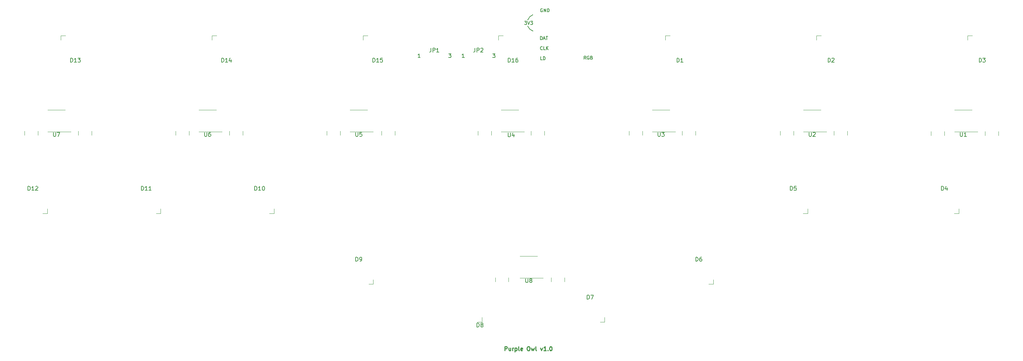
<source format=gto>
G04 #@! TF.GenerationSoftware,KiCad,Pcbnew,(6.0.6-0)*
G04 #@! TF.CreationDate,2022-08-15T11:25:08-07:00*
G04 #@! TF.ProjectId,purple-owl,70757270-6c65-42d6-9f77-6c2e6b696361,1.0*
G04 #@! TF.SameCoordinates,Original*
G04 #@! TF.FileFunction,Legend,Top*
G04 #@! TF.FilePolarity,Positive*
%FSLAX46Y46*%
G04 Gerber Fmt 4.6, Leading zero omitted, Abs format (unit mm)*
G04 Created by KiCad (PCBNEW (6.0.6-0)) date 2022-08-15 11:25:08*
%MOMM*%
%LPD*%
G01*
G04 APERTURE LIST*
%ADD10C,0.228600*%
%ADD11C,0.152400*%
%ADD12C,0.150000*%
%ADD13C,0.120000*%
G04 APERTURE END LIST*
D10*
X203520523Y-179021619D02*
X203520523Y-178005619D01*
X203907571Y-178005619D01*
X204004333Y-178054000D01*
X204052714Y-178102380D01*
X204101095Y-178199142D01*
X204101095Y-178344285D01*
X204052714Y-178441047D01*
X204004333Y-178489428D01*
X203907571Y-178537809D01*
X203520523Y-178537809D01*
X204971952Y-178344285D02*
X204971952Y-179021619D01*
X204536523Y-178344285D02*
X204536523Y-178876476D01*
X204584904Y-178973238D01*
X204681666Y-179021619D01*
X204826809Y-179021619D01*
X204923571Y-178973238D01*
X204971952Y-178924857D01*
X205455761Y-179021619D02*
X205455761Y-178344285D01*
X205455761Y-178537809D02*
X205504142Y-178441047D01*
X205552523Y-178392666D01*
X205649285Y-178344285D01*
X205746047Y-178344285D01*
X206084714Y-178344285D02*
X206084714Y-179360285D01*
X206084714Y-178392666D02*
X206181476Y-178344285D01*
X206375000Y-178344285D01*
X206471761Y-178392666D01*
X206520142Y-178441047D01*
X206568523Y-178537809D01*
X206568523Y-178828095D01*
X206520142Y-178924857D01*
X206471761Y-178973238D01*
X206375000Y-179021619D01*
X206181476Y-179021619D01*
X206084714Y-178973238D01*
X207149095Y-179021619D02*
X207052333Y-178973238D01*
X207003952Y-178876476D01*
X207003952Y-178005619D01*
X207923190Y-178973238D02*
X207826428Y-179021619D01*
X207632904Y-179021619D01*
X207536142Y-178973238D01*
X207487761Y-178876476D01*
X207487761Y-178489428D01*
X207536142Y-178392666D01*
X207632904Y-178344285D01*
X207826428Y-178344285D01*
X207923190Y-178392666D01*
X207971571Y-178489428D01*
X207971571Y-178586190D01*
X207487761Y-178682952D01*
X209374619Y-178005619D02*
X209568142Y-178005619D01*
X209664904Y-178054000D01*
X209761666Y-178150761D01*
X209810047Y-178344285D01*
X209810047Y-178682952D01*
X209761666Y-178876476D01*
X209664904Y-178973238D01*
X209568142Y-179021619D01*
X209374619Y-179021619D01*
X209277857Y-178973238D01*
X209181095Y-178876476D01*
X209132714Y-178682952D01*
X209132714Y-178344285D01*
X209181095Y-178150761D01*
X209277857Y-178054000D01*
X209374619Y-178005619D01*
X210148714Y-178344285D02*
X210342238Y-179021619D01*
X210535761Y-178537809D01*
X210729285Y-179021619D01*
X210922809Y-178344285D01*
X211455000Y-179021619D02*
X211358238Y-178973238D01*
X211309857Y-178876476D01*
X211309857Y-178005619D01*
X212519380Y-178344285D02*
X212761285Y-179021619D01*
X213003190Y-178344285D01*
X213922428Y-179021619D02*
X213341857Y-179021619D01*
X213632142Y-179021619D02*
X213632142Y-178005619D01*
X213535380Y-178150761D01*
X213438619Y-178247523D01*
X213341857Y-178295904D01*
X214357857Y-178924857D02*
X214406238Y-178973238D01*
X214357857Y-179021619D01*
X214309476Y-178973238D01*
X214357857Y-178924857D01*
X214357857Y-179021619D01*
X215035190Y-178005619D02*
X215131952Y-178005619D01*
X215228714Y-178054000D01*
X215277095Y-178102380D01*
X215325476Y-178199142D01*
X215373857Y-178392666D01*
X215373857Y-178634571D01*
X215325476Y-178828095D01*
X215277095Y-178924857D01*
X215228714Y-178973238D01*
X215131952Y-179021619D01*
X215035190Y-179021619D01*
X214938428Y-178973238D01*
X214890047Y-178924857D01*
X214841666Y-178828095D01*
X214793285Y-178634571D01*
X214793285Y-178392666D01*
X214841666Y-178199142D01*
X214890047Y-178102380D01*
X214938428Y-178054000D01*
X215035190Y-178005619D01*
D11*
X223974780Y-105650695D02*
X223703847Y-105263647D01*
X223510323Y-105650695D02*
X223510323Y-104837895D01*
X223819961Y-104837895D01*
X223897371Y-104876600D01*
X223936076Y-104915304D01*
X223974780Y-104992714D01*
X223974780Y-105108828D01*
X223936076Y-105186238D01*
X223897371Y-105224942D01*
X223819961Y-105263647D01*
X223510323Y-105263647D01*
X224748876Y-104876600D02*
X224671466Y-104837895D01*
X224555352Y-104837895D01*
X224439238Y-104876600D01*
X224361828Y-104954009D01*
X224323123Y-105031419D01*
X224284419Y-105186238D01*
X224284419Y-105302352D01*
X224323123Y-105457171D01*
X224361828Y-105534580D01*
X224439238Y-105611990D01*
X224555352Y-105650695D01*
X224632761Y-105650695D01*
X224748876Y-105611990D01*
X224787580Y-105573285D01*
X224787580Y-105302352D01*
X224632761Y-105302352D01*
X225406857Y-105224942D02*
X225522971Y-105263647D01*
X225561676Y-105302352D01*
X225600380Y-105379761D01*
X225600380Y-105495876D01*
X225561676Y-105573285D01*
X225522971Y-105611990D01*
X225445561Y-105650695D01*
X225135923Y-105650695D01*
X225135923Y-104837895D01*
X225406857Y-104837895D01*
X225484266Y-104876600D01*
X225522971Y-104915304D01*
X225561676Y-104992714D01*
X225561676Y-105070123D01*
X225522971Y-105147533D01*
X225484266Y-105186238D01*
X225406857Y-105224942D01*
X225135923Y-105224942D01*
X212951180Y-105777695D02*
X212564133Y-105777695D01*
X212564133Y-104964895D01*
X213222114Y-105777695D02*
X213222114Y-104964895D01*
X213415638Y-104964895D01*
X213531752Y-105003600D01*
X213609161Y-105081009D01*
X213647866Y-105158419D01*
X213686571Y-105313238D01*
X213686571Y-105429352D01*
X213647866Y-105584171D01*
X213609161Y-105661580D01*
X213531752Y-105738990D01*
X213415638Y-105777695D01*
X213222114Y-105777695D01*
X213003190Y-103160285D02*
X212964485Y-103198990D01*
X212848371Y-103237695D01*
X212770961Y-103237695D01*
X212654847Y-103198990D01*
X212577438Y-103121580D01*
X212538733Y-103044171D01*
X212500028Y-102889352D01*
X212500028Y-102773238D01*
X212538733Y-102618419D01*
X212577438Y-102541009D01*
X212654847Y-102463600D01*
X212770961Y-102424895D01*
X212848371Y-102424895D01*
X212964485Y-102463600D01*
X213003190Y-102502304D01*
X213738580Y-103237695D02*
X213351533Y-103237695D01*
X213351533Y-102424895D01*
X214009514Y-103237695D02*
X214009514Y-102424895D01*
X214473971Y-103237695D02*
X214125628Y-102773238D01*
X214473971Y-102424895D02*
X214009514Y-102889352D01*
X212489142Y-100697695D02*
X212489142Y-99884895D01*
X212682666Y-99884895D01*
X212798780Y-99923600D01*
X212876190Y-100001009D01*
X212914895Y-100078419D01*
X212953600Y-100233238D01*
X212953600Y-100349352D01*
X212914895Y-100504171D01*
X212876190Y-100581580D01*
X212798780Y-100658990D01*
X212682666Y-100697695D01*
X212489142Y-100697695D01*
X213263238Y-100465466D02*
X213650285Y-100465466D01*
X213185828Y-100697695D02*
X213456761Y-99884895D01*
X213727695Y-100697695D01*
X213882514Y-99884895D02*
X214346971Y-99884895D01*
X214114742Y-100697695D02*
X214114742Y-99884895D01*
X209263798Y-97255798D02*
G75*
G03*
X210618874Y-98543061I2117073J871738D01*
G01*
X210583264Y-94402926D02*
G75*
G03*
X209296000Y-95758000I871736J-2117074D01*
G01*
X208543676Y-96074895D02*
X209046838Y-96074895D01*
X208775904Y-96384533D01*
X208892019Y-96384533D01*
X208969428Y-96423238D01*
X209008133Y-96461942D01*
X209046838Y-96539352D01*
X209046838Y-96732876D01*
X209008133Y-96810285D01*
X208969428Y-96848990D01*
X208892019Y-96887695D01*
X208659790Y-96887695D01*
X208582380Y-96848990D01*
X208543676Y-96810285D01*
X209279066Y-96074895D02*
X209550000Y-96887695D01*
X209820933Y-96074895D01*
X210014457Y-96074895D02*
X210517619Y-96074895D01*
X210246685Y-96384533D01*
X210362800Y-96384533D01*
X210440209Y-96423238D01*
X210478914Y-96461942D01*
X210517619Y-96539352D01*
X210517619Y-96732876D01*
X210478914Y-96810285D01*
X210440209Y-96848990D01*
X210362800Y-96887695D01*
X210130571Y-96887695D01*
X210053161Y-96848990D01*
X210014457Y-96810285D01*
X212994723Y-92938600D02*
X212917314Y-92899895D01*
X212801200Y-92899895D01*
X212685085Y-92938600D01*
X212607676Y-93016009D01*
X212568971Y-93093419D01*
X212530266Y-93248238D01*
X212530266Y-93364352D01*
X212568971Y-93519171D01*
X212607676Y-93596580D01*
X212685085Y-93673990D01*
X212801200Y-93712695D01*
X212878609Y-93712695D01*
X212994723Y-93673990D01*
X213033428Y-93635285D01*
X213033428Y-93364352D01*
X212878609Y-93364352D01*
X213381771Y-93712695D02*
X213381771Y-92899895D01*
X213846228Y-93712695D01*
X213846228Y-92899895D01*
X214233276Y-93712695D02*
X214233276Y-92899895D01*
X214426800Y-92899895D01*
X214542914Y-92938600D01*
X214620323Y-93016009D01*
X214659028Y-93093419D01*
X214697733Y-93248238D01*
X214697733Y-93364352D01*
X214659028Y-93519171D01*
X214620323Y-93596580D01*
X214542914Y-93673990D01*
X214426800Y-93712695D01*
X214233276Y-93712695D01*
D12*
G04 #@! TO.C,U7*
X89725595Y-124060380D02*
X89725595Y-124869904D01*
X89773214Y-124965142D01*
X89820833Y-125012761D01*
X89916071Y-125060380D01*
X90106547Y-125060380D01*
X90201785Y-125012761D01*
X90249404Y-124965142D01*
X90297023Y-124869904D01*
X90297023Y-124060380D01*
X90677976Y-124060380D02*
X91344642Y-124060380D01*
X90916071Y-125060380D01*
G04 #@! TO.C,D10*
X140470089Y-138636755D02*
X140470089Y-137636755D01*
X140708184Y-137636755D01*
X140851041Y-137684375D01*
X140946279Y-137779613D01*
X140993898Y-137874851D01*
X141041517Y-138065327D01*
X141041517Y-138208184D01*
X140993898Y-138398660D01*
X140946279Y-138493898D01*
X140851041Y-138589136D01*
X140708184Y-138636755D01*
X140470089Y-138636755D01*
X141993898Y-138636755D02*
X141422470Y-138636755D01*
X141708184Y-138636755D02*
X141708184Y-137636755D01*
X141612946Y-137779613D01*
X141517708Y-137874851D01*
X141422470Y-137922470D01*
X142612946Y-137636755D02*
X142708184Y-137636755D01*
X142803422Y-137684375D01*
X142851041Y-137731994D01*
X142898660Y-137827232D01*
X142946279Y-138017708D01*
X142946279Y-138255803D01*
X142898660Y-138446279D01*
X142851041Y-138541517D01*
X142803422Y-138589136D01*
X142708184Y-138636755D01*
X142612946Y-138636755D01*
X142517708Y-138589136D01*
X142470089Y-138541517D01*
X142422470Y-138446279D01*
X142374851Y-138255803D01*
X142374851Y-138017708D01*
X142422470Y-137827232D01*
X142470089Y-137731994D01*
X142517708Y-137684375D01*
X142612946Y-137636755D01*
G04 #@! TO.C,JP1*
X184904166Y-102830380D02*
X184904166Y-103544666D01*
X184856547Y-103687523D01*
X184761309Y-103782761D01*
X184618452Y-103830380D01*
X184523214Y-103830380D01*
X185380357Y-103830380D02*
X185380357Y-102830380D01*
X185761309Y-102830380D01*
X185856547Y-102878000D01*
X185904166Y-102925619D01*
X185951785Y-103020857D01*
X185951785Y-103163714D01*
X185904166Y-103258952D01*
X185856547Y-103306571D01*
X185761309Y-103354190D01*
X185380357Y-103354190D01*
X186904166Y-103830380D02*
X186332738Y-103830380D01*
X186618452Y-103830380D02*
X186618452Y-102830380D01*
X186523214Y-102973238D01*
X186427976Y-103068476D01*
X186332738Y-103116095D01*
X182213214Y-105227380D02*
X181641785Y-105227380D01*
X181927500Y-105227380D02*
X181927500Y-104227380D01*
X181832261Y-104370238D01*
X181737023Y-104465476D01*
X181641785Y-104513095D01*
X189341166Y-104227380D02*
X189960214Y-104227380D01*
X189626880Y-104608333D01*
X189769738Y-104608333D01*
X189864976Y-104655952D01*
X189912595Y-104703571D01*
X189960214Y-104798809D01*
X189960214Y-105036904D01*
X189912595Y-105132142D01*
X189864976Y-105179761D01*
X189769738Y-105227380D01*
X189484023Y-105227380D01*
X189388785Y-105179761D01*
X189341166Y-105132142D01*
G04 #@! TO.C,U4*
X204343095Y-124166380D02*
X204343095Y-124975904D01*
X204390714Y-125071142D01*
X204438333Y-125118761D01*
X204533571Y-125166380D01*
X204724047Y-125166380D01*
X204819285Y-125118761D01*
X204866904Y-125071142D01*
X204914523Y-124975904D01*
X204914523Y-124166380D01*
X205819285Y-124499714D02*
X205819285Y-125166380D01*
X205581190Y-124118761D02*
X205343095Y-124833047D01*
X205962142Y-124833047D01*
G04 #@! TO.C,U5*
X165925595Y-124060380D02*
X165925595Y-124869904D01*
X165973214Y-124965142D01*
X166020833Y-125012761D01*
X166116071Y-125060380D01*
X166306547Y-125060380D01*
X166401785Y-125012761D01*
X166449404Y-124965142D01*
X166497023Y-124869904D01*
X166497023Y-124060380D01*
X167449404Y-124060380D02*
X166973214Y-124060380D01*
X166925595Y-124536571D01*
X166973214Y-124488952D01*
X167068452Y-124441333D01*
X167306547Y-124441333D01*
X167401785Y-124488952D01*
X167449404Y-124536571D01*
X167497023Y-124631809D01*
X167497023Y-124869904D01*
X167449404Y-124965142D01*
X167401785Y-125012761D01*
X167306547Y-125060380D01*
X167068452Y-125060380D01*
X166973214Y-125012761D01*
X166925595Y-124965142D01*
G04 #@! TO.C,D15*
X170235714Y-106346130D02*
X170235714Y-105346130D01*
X170473809Y-105346130D01*
X170616666Y-105393750D01*
X170711904Y-105488988D01*
X170759523Y-105584226D01*
X170807142Y-105774702D01*
X170807142Y-105917559D01*
X170759523Y-106108035D01*
X170711904Y-106203273D01*
X170616666Y-106298511D01*
X170473809Y-106346130D01*
X170235714Y-106346130D01*
X171759523Y-106346130D02*
X171188095Y-106346130D01*
X171473809Y-106346130D02*
X171473809Y-105346130D01*
X171378571Y-105488988D01*
X171283333Y-105584226D01*
X171188095Y-105631845D01*
X172664285Y-105346130D02*
X172188095Y-105346130D01*
X172140476Y-105822321D01*
X172188095Y-105774702D01*
X172283333Y-105727083D01*
X172521428Y-105727083D01*
X172616666Y-105774702D01*
X172664285Y-105822321D01*
X172711904Y-105917559D01*
X172711904Y-106155654D01*
X172664285Y-106250892D01*
X172616666Y-106298511D01*
X172521428Y-106346130D01*
X172283333Y-106346130D01*
X172188095Y-106298511D01*
X172140476Y-106250892D01*
G04 #@! TO.C,U1*
X318325595Y-124060380D02*
X318325595Y-124869904D01*
X318373214Y-124965142D01*
X318420833Y-125012761D01*
X318516071Y-125060380D01*
X318706547Y-125060380D01*
X318801785Y-125012761D01*
X318849404Y-124965142D01*
X318897023Y-124869904D01*
X318897023Y-124060380D01*
X319897023Y-125060380D02*
X319325595Y-125060380D01*
X319611309Y-125060380D02*
X319611309Y-124060380D01*
X319516071Y-124203238D01*
X319420833Y-124298476D01*
X319325595Y-124346095D01*
G04 #@! TO.C,U6*
X127825595Y-124060380D02*
X127825595Y-124869904D01*
X127873214Y-124965142D01*
X127920833Y-125012761D01*
X128016071Y-125060380D01*
X128206547Y-125060380D01*
X128301785Y-125012761D01*
X128349404Y-124965142D01*
X128397023Y-124869904D01*
X128397023Y-124060380D01*
X129301785Y-124060380D02*
X129111309Y-124060380D01*
X129016071Y-124108000D01*
X128968452Y-124155619D01*
X128873214Y-124298476D01*
X128825595Y-124488952D01*
X128825595Y-124869904D01*
X128873214Y-124965142D01*
X128920833Y-125012761D01*
X129016071Y-125060380D01*
X129206547Y-125060380D01*
X129301785Y-125012761D01*
X129349404Y-124965142D01*
X129397023Y-124869904D01*
X129397023Y-124631809D01*
X129349404Y-124536571D01*
X129301785Y-124488952D01*
X129206547Y-124441333D01*
X129016071Y-124441333D01*
X128920833Y-124488952D01*
X128873214Y-124536571D01*
X128825595Y-124631809D01*
G04 #@! TO.C,D12*
X83320089Y-138636755D02*
X83320089Y-137636755D01*
X83558184Y-137636755D01*
X83701041Y-137684375D01*
X83796279Y-137779613D01*
X83843898Y-137874851D01*
X83891517Y-138065327D01*
X83891517Y-138208184D01*
X83843898Y-138398660D01*
X83796279Y-138493898D01*
X83701041Y-138589136D01*
X83558184Y-138636755D01*
X83320089Y-138636755D01*
X84843898Y-138636755D02*
X84272470Y-138636755D01*
X84558184Y-138636755D02*
X84558184Y-137636755D01*
X84462946Y-137779613D01*
X84367708Y-137874851D01*
X84272470Y-137922470D01*
X85224851Y-137731994D02*
X85272470Y-137684375D01*
X85367708Y-137636755D01*
X85605803Y-137636755D01*
X85701041Y-137684375D01*
X85748660Y-137731994D01*
X85796279Y-137827232D01*
X85796279Y-137922470D01*
X85748660Y-138065327D01*
X85177232Y-138636755D01*
X85796279Y-138636755D01*
G04 #@! TO.C,D4*
X313586904Y-138636755D02*
X313586904Y-137636755D01*
X313825000Y-137636755D01*
X313967857Y-137684375D01*
X314063095Y-137779613D01*
X314110714Y-137874851D01*
X314158333Y-138065327D01*
X314158333Y-138208184D01*
X314110714Y-138398660D01*
X314063095Y-138493898D01*
X313967857Y-138589136D01*
X313825000Y-138636755D01*
X313586904Y-138636755D01*
X315015476Y-137970089D02*
X315015476Y-138636755D01*
X314777380Y-137589136D02*
X314539285Y-138303422D01*
X315158333Y-138303422D01*
G04 #@! TO.C,D9*
X165949404Y-156496130D02*
X165949404Y-155496130D01*
X166187500Y-155496130D01*
X166330357Y-155543750D01*
X166425595Y-155638988D01*
X166473214Y-155734226D01*
X166520833Y-155924702D01*
X166520833Y-156067559D01*
X166473214Y-156258035D01*
X166425595Y-156353273D01*
X166330357Y-156448511D01*
X166187500Y-156496130D01*
X165949404Y-156496130D01*
X166997023Y-156496130D02*
X167187500Y-156496130D01*
X167282738Y-156448511D01*
X167330357Y-156400892D01*
X167425595Y-156258035D01*
X167473214Y-156067559D01*
X167473214Y-155686607D01*
X167425595Y-155591369D01*
X167377976Y-155543750D01*
X167282738Y-155496130D01*
X167092261Y-155496130D01*
X166997023Y-155543750D01*
X166949404Y-155591369D01*
X166901785Y-155686607D01*
X166901785Y-155924702D01*
X166949404Y-156019940D01*
X166997023Y-156067559D01*
X167092261Y-156115178D01*
X167282738Y-156115178D01*
X167377976Y-156067559D01*
X167425595Y-156019940D01*
X167473214Y-155924702D01*
G04 #@! TO.C,D2*
X285011904Y-106346130D02*
X285011904Y-105346130D01*
X285250000Y-105346130D01*
X285392857Y-105393750D01*
X285488095Y-105488988D01*
X285535714Y-105584226D01*
X285583333Y-105774702D01*
X285583333Y-105917559D01*
X285535714Y-106108035D01*
X285488095Y-106203273D01*
X285392857Y-106298511D01*
X285250000Y-106346130D01*
X285011904Y-106346130D01*
X285964285Y-105441369D02*
X286011904Y-105393750D01*
X286107142Y-105346130D01*
X286345238Y-105346130D01*
X286440476Y-105393750D01*
X286488095Y-105441369D01*
X286535714Y-105536607D01*
X286535714Y-105631845D01*
X286488095Y-105774702D01*
X285916666Y-106346130D01*
X286535714Y-106346130D01*
G04 #@! TO.C,D3*
X323111904Y-106346130D02*
X323111904Y-105346130D01*
X323350000Y-105346130D01*
X323492857Y-105393750D01*
X323588095Y-105488988D01*
X323635714Y-105584226D01*
X323683333Y-105774702D01*
X323683333Y-105917559D01*
X323635714Y-106108035D01*
X323588095Y-106203273D01*
X323492857Y-106298511D01*
X323350000Y-106346130D01*
X323111904Y-106346130D01*
X324016666Y-105346130D02*
X324635714Y-105346130D01*
X324302380Y-105727083D01*
X324445238Y-105727083D01*
X324540476Y-105774702D01*
X324588095Y-105822321D01*
X324635714Y-105917559D01*
X324635714Y-106155654D01*
X324588095Y-106250892D01*
X324540476Y-106298511D01*
X324445238Y-106346130D01*
X324159523Y-106346130D01*
X324064285Y-106298511D01*
X324016666Y-106250892D01*
G04 #@! TO.C,D11*
X111895089Y-138636755D02*
X111895089Y-137636755D01*
X112133184Y-137636755D01*
X112276041Y-137684375D01*
X112371279Y-137779613D01*
X112418898Y-137874851D01*
X112466517Y-138065327D01*
X112466517Y-138208184D01*
X112418898Y-138398660D01*
X112371279Y-138493898D01*
X112276041Y-138589136D01*
X112133184Y-138636755D01*
X111895089Y-138636755D01*
X113418898Y-138636755D02*
X112847470Y-138636755D01*
X113133184Y-138636755D02*
X113133184Y-137636755D01*
X113037946Y-137779613D01*
X112942708Y-137874851D01*
X112847470Y-137922470D01*
X114371279Y-138636755D02*
X113799851Y-138636755D01*
X114085565Y-138636755D02*
X114085565Y-137636755D01*
X113990327Y-137779613D01*
X113895089Y-137874851D01*
X113799851Y-137922470D01*
G04 #@! TO.C,D7*
X224290029Y-166021130D02*
X224290029Y-165021130D01*
X224528125Y-165021130D01*
X224670982Y-165068750D01*
X224766220Y-165163988D01*
X224813839Y-165259226D01*
X224861458Y-165449702D01*
X224861458Y-165592559D01*
X224813839Y-165783035D01*
X224766220Y-165878273D01*
X224670982Y-165973511D01*
X224528125Y-166021130D01*
X224290029Y-166021130D01*
X225194791Y-165021130D02*
X225861458Y-165021130D01*
X225432886Y-166021130D01*
G04 #@! TO.C,JP2*
X196016666Y-102830380D02*
X196016666Y-103544666D01*
X195969047Y-103687523D01*
X195873809Y-103782761D01*
X195730952Y-103830380D01*
X195635714Y-103830380D01*
X196492857Y-103830380D02*
X196492857Y-102830380D01*
X196873809Y-102830380D01*
X196969047Y-102878000D01*
X197016666Y-102925619D01*
X197064285Y-103020857D01*
X197064285Y-103163714D01*
X197016666Y-103258952D01*
X196969047Y-103306571D01*
X196873809Y-103354190D01*
X196492857Y-103354190D01*
X197445238Y-102925619D02*
X197492857Y-102878000D01*
X197588095Y-102830380D01*
X197826190Y-102830380D01*
X197921428Y-102878000D01*
X197969047Y-102925619D01*
X198016666Y-103020857D01*
X198016666Y-103116095D01*
X197969047Y-103258952D01*
X197397619Y-103830380D01*
X198016666Y-103830380D01*
X200453666Y-104227380D02*
X201072714Y-104227380D01*
X200739380Y-104608333D01*
X200882238Y-104608333D01*
X200977476Y-104655952D01*
X201025095Y-104703571D01*
X201072714Y-104798809D01*
X201072714Y-105036904D01*
X201025095Y-105132142D01*
X200977476Y-105179761D01*
X200882238Y-105227380D01*
X200596523Y-105227380D01*
X200501285Y-105179761D01*
X200453666Y-105132142D01*
X193325714Y-105227380D02*
X192754285Y-105227380D01*
X193040000Y-105227380D02*
X193040000Y-104227380D01*
X192944761Y-104370238D01*
X192849523Y-104465476D01*
X192754285Y-104513095D01*
G04 #@! TO.C,U8*
X208788095Y-160858630D02*
X208788095Y-161668154D01*
X208835714Y-161763392D01*
X208883333Y-161811011D01*
X208978571Y-161858630D01*
X209169047Y-161858630D01*
X209264285Y-161811011D01*
X209311904Y-161763392D01*
X209359523Y-161668154D01*
X209359523Y-160858630D01*
X209978571Y-161287202D02*
X209883333Y-161239583D01*
X209835714Y-161191964D01*
X209788095Y-161096726D01*
X209788095Y-161049107D01*
X209835714Y-160953869D01*
X209883333Y-160906250D01*
X209978571Y-160858630D01*
X210169047Y-160858630D01*
X210264285Y-160906250D01*
X210311904Y-160953869D01*
X210359523Y-161049107D01*
X210359523Y-161096726D01*
X210311904Y-161191964D01*
X210264285Y-161239583D01*
X210169047Y-161287202D01*
X209978571Y-161287202D01*
X209883333Y-161334821D01*
X209835714Y-161382440D01*
X209788095Y-161477678D01*
X209788095Y-161668154D01*
X209835714Y-161763392D01*
X209883333Y-161811011D01*
X209978571Y-161858630D01*
X210169047Y-161858630D01*
X210264285Y-161811011D01*
X210311904Y-161763392D01*
X210359523Y-161668154D01*
X210359523Y-161477678D01*
X210311904Y-161382440D01*
X210264285Y-161334821D01*
X210169047Y-161287202D01*
G04 #@! TO.C,D13*
X94035714Y-106346130D02*
X94035714Y-105346130D01*
X94273809Y-105346130D01*
X94416666Y-105393750D01*
X94511904Y-105488988D01*
X94559523Y-105584226D01*
X94607142Y-105774702D01*
X94607142Y-105917559D01*
X94559523Y-106108035D01*
X94511904Y-106203273D01*
X94416666Y-106298511D01*
X94273809Y-106346130D01*
X94035714Y-106346130D01*
X95559523Y-106346130D02*
X94988095Y-106346130D01*
X95273809Y-106346130D02*
X95273809Y-105346130D01*
X95178571Y-105488988D01*
X95083333Y-105584226D01*
X94988095Y-105631845D01*
X95892857Y-105346130D02*
X96511904Y-105346130D01*
X96178571Y-105727083D01*
X96321428Y-105727083D01*
X96416666Y-105774702D01*
X96464285Y-105822321D01*
X96511904Y-105917559D01*
X96511904Y-106155654D01*
X96464285Y-106250892D01*
X96416666Y-106298511D01*
X96321428Y-106346130D01*
X96035714Y-106346130D01*
X95940476Y-106298511D01*
X95892857Y-106250892D01*
G04 #@! TO.C,D16*
X204366964Y-106346130D02*
X204366964Y-105346130D01*
X204605059Y-105346130D01*
X204747916Y-105393750D01*
X204843154Y-105488988D01*
X204890773Y-105584226D01*
X204938392Y-105774702D01*
X204938392Y-105917559D01*
X204890773Y-106108035D01*
X204843154Y-106203273D01*
X204747916Y-106298511D01*
X204605059Y-106346130D01*
X204366964Y-106346130D01*
X205890773Y-106346130D02*
X205319345Y-106346130D01*
X205605059Y-106346130D02*
X205605059Y-105346130D01*
X205509821Y-105488988D01*
X205414583Y-105584226D01*
X205319345Y-105631845D01*
X206747916Y-105346130D02*
X206557440Y-105346130D01*
X206462202Y-105393750D01*
X206414583Y-105441369D01*
X206319345Y-105584226D01*
X206271726Y-105774702D01*
X206271726Y-106155654D01*
X206319345Y-106250892D01*
X206366964Y-106298511D01*
X206462202Y-106346130D01*
X206652678Y-106346130D01*
X206747916Y-106298511D01*
X206795535Y-106250892D01*
X206843154Y-106155654D01*
X206843154Y-105917559D01*
X206795535Y-105822321D01*
X206747916Y-105774702D01*
X206652678Y-105727083D01*
X206462202Y-105727083D01*
X206366964Y-105774702D01*
X206319345Y-105822321D01*
X206271726Y-105917559D01*
G04 #@! TO.C,D5*
X275486904Y-138636755D02*
X275486904Y-137636755D01*
X275725000Y-137636755D01*
X275867857Y-137684375D01*
X275963095Y-137779613D01*
X276010714Y-137874851D01*
X276058333Y-138065327D01*
X276058333Y-138208184D01*
X276010714Y-138398660D01*
X275963095Y-138493898D01*
X275867857Y-138589136D01*
X275725000Y-138636755D01*
X275486904Y-138636755D01*
X276963095Y-137636755D02*
X276486904Y-137636755D01*
X276439285Y-138112946D01*
X276486904Y-138065327D01*
X276582142Y-138017708D01*
X276820238Y-138017708D01*
X276915476Y-138065327D01*
X276963095Y-138112946D01*
X277010714Y-138208184D01*
X277010714Y-138446279D01*
X276963095Y-138541517D01*
X276915476Y-138589136D01*
X276820238Y-138636755D01*
X276582142Y-138636755D01*
X276486904Y-138589136D01*
X276439285Y-138541517D01*
G04 #@! TO.C,U3*
X242125595Y-124060380D02*
X242125595Y-124869904D01*
X242173214Y-124965142D01*
X242220833Y-125012761D01*
X242316071Y-125060380D01*
X242506547Y-125060380D01*
X242601785Y-125012761D01*
X242649404Y-124965142D01*
X242697023Y-124869904D01*
X242697023Y-124060380D01*
X243077976Y-124060380D02*
X243697023Y-124060380D01*
X243363690Y-124441333D01*
X243506547Y-124441333D01*
X243601785Y-124488952D01*
X243649404Y-124536571D01*
X243697023Y-124631809D01*
X243697023Y-124869904D01*
X243649404Y-124965142D01*
X243601785Y-125012761D01*
X243506547Y-125060380D01*
X243220833Y-125060380D01*
X243125595Y-125012761D01*
X243077976Y-124965142D01*
G04 #@! TO.C,D1*
X246911904Y-106346130D02*
X246911904Y-105346130D01*
X247150000Y-105346130D01*
X247292857Y-105393750D01*
X247388095Y-105488988D01*
X247435714Y-105584226D01*
X247483333Y-105774702D01*
X247483333Y-105917559D01*
X247435714Y-106108035D01*
X247388095Y-106203273D01*
X247292857Y-106298511D01*
X247150000Y-106346130D01*
X246911904Y-106346130D01*
X248435714Y-106346130D02*
X247864285Y-106346130D01*
X248150000Y-106346130D02*
X248150000Y-105346130D01*
X248054761Y-105488988D01*
X247959523Y-105584226D01*
X247864285Y-105631845D01*
G04 #@! TO.C,U2*
X280225595Y-124060380D02*
X280225595Y-124869904D01*
X280273214Y-124965142D01*
X280320833Y-125012761D01*
X280416071Y-125060380D01*
X280606547Y-125060380D01*
X280701785Y-125012761D01*
X280749404Y-124965142D01*
X280797023Y-124869904D01*
X280797023Y-124060380D01*
X281225595Y-124155619D02*
X281273214Y-124108000D01*
X281368452Y-124060380D01*
X281606547Y-124060380D01*
X281701785Y-124108000D01*
X281749404Y-124155619D01*
X281797023Y-124250857D01*
X281797023Y-124346095D01*
X281749404Y-124488952D01*
X281177976Y-125060380D01*
X281797023Y-125060380D01*
G04 #@! TO.C,D6*
X251674404Y-156496130D02*
X251674404Y-155496130D01*
X251912500Y-155496130D01*
X252055357Y-155543750D01*
X252150595Y-155638988D01*
X252198214Y-155734226D01*
X252245833Y-155924702D01*
X252245833Y-156067559D01*
X252198214Y-156258035D01*
X252150595Y-156353273D01*
X252055357Y-156448511D01*
X251912500Y-156496130D01*
X251674404Y-156496130D01*
X253102976Y-155496130D02*
X252912500Y-155496130D01*
X252817261Y-155543750D01*
X252769642Y-155591369D01*
X252674404Y-155734226D01*
X252626785Y-155924702D01*
X252626785Y-156305654D01*
X252674404Y-156400892D01*
X252722023Y-156448511D01*
X252817261Y-156496130D01*
X253007738Y-156496130D01*
X253102976Y-156448511D01*
X253150595Y-156400892D01*
X253198214Y-156305654D01*
X253198214Y-156067559D01*
X253150595Y-155972321D01*
X253102976Y-155924702D01*
X253007738Y-155877083D01*
X252817261Y-155877083D01*
X252722023Y-155924702D01*
X252674404Y-155972321D01*
X252626785Y-156067559D01*
G04 #@! TO.C,D8*
X196508779Y-173093005D02*
X196508779Y-172093005D01*
X196746875Y-172093005D01*
X196889732Y-172140625D01*
X196984970Y-172235863D01*
X197032589Y-172331101D01*
X197080208Y-172521577D01*
X197080208Y-172664434D01*
X197032589Y-172854910D01*
X196984970Y-172950148D01*
X196889732Y-173045386D01*
X196746875Y-173093005D01*
X196508779Y-173093005D01*
X197651636Y-172521577D02*
X197556398Y-172473958D01*
X197508779Y-172426339D01*
X197461160Y-172331101D01*
X197461160Y-172283482D01*
X197508779Y-172188244D01*
X197556398Y-172140625D01*
X197651636Y-172093005D01*
X197842113Y-172093005D01*
X197937351Y-172140625D01*
X197984970Y-172188244D01*
X198032589Y-172283482D01*
X198032589Y-172331101D01*
X197984970Y-172426339D01*
X197937351Y-172473958D01*
X197842113Y-172521577D01*
X197651636Y-172521577D01*
X197556398Y-172569196D01*
X197508779Y-172616815D01*
X197461160Y-172712053D01*
X197461160Y-172902529D01*
X197508779Y-172997767D01*
X197556398Y-173045386D01*
X197651636Y-173093005D01*
X197842113Y-173093005D01*
X197937351Y-173045386D01*
X197984970Y-172997767D01*
X198032589Y-172902529D01*
X198032589Y-172712053D01*
X197984970Y-172616815D01*
X197937351Y-172569196D01*
X197842113Y-172521577D01*
G04 #@! TO.C,D14*
X132135714Y-106346130D02*
X132135714Y-105346130D01*
X132373809Y-105346130D01*
X132516666Y-105393750D01*
X132611904Y-105488988D01*
X132659523Y-105584226D01*
X132707142Y-105774702D01*
X132707142Y-105917559D01*
X132659523Y-106108035D01*
X132611904Y-106203273D01*
X132516666Y-106298511D01*
X132373809Y-106346130D01*
X132135714Y-106346130D01*
X133659523Y-106346130D02*
X133088095Y-106346130D01*
X133373809Y-106346130D02*
X133373809Y-105346130D01*
X133278571Y-105488988D01*
X133183333Y-105584226D01*
X133088095Y-105631845D01*
X134516666Y-105679464D02*
X134516666Y-106346130D01*
X134278571Y-105298511D02*
X134040476Y-106012797D01*
X134659523Y-106012797D01*
D13*
G04 #@! TO.C,RN6*
X234857500Y-124721875D02*
X234857500Y-123721875D01*
X238217500Y-124721875D02*
X238217500Y-123721875D01*
G04 #@! TO.C,U7*
X90487500Y-123893000D02*
X94087500Y-123893000D01*
X90487500Y-118423000D02*
X92687500Y-118423000D01*
X90487500Y-118423000D02*
X88287500Y-118423000D01*
X90487500Y-123893000D02*
X88287500Y-123893000D01*
G04 #@! TO.C,D10*
X145334375Y-144434375D02*
X144184375Y-144434375D01*
X145334375Y-144434375D02*
X145334375Y-143284375D01*
G04 #@! TO.C,U4*
X204787500Y-118423000D02*
X202587500Y-118423000D01*
X204787500Y-123893000D02*
X202587500Y-123893000D01*
X204787500Y-118423000D02*
X206987500Y-118423000D01*
X204787500Y-123893000D02*
X208387500Y-123893000D01*
G04 #@! TO.C,U5*
X166687500Y-118423000D02*
X164487500Y-118423000D01*
X166687500Y-123893000D02*
X164487500Y-123893000D01*
X166687500Y-118423000D02*
X168887500Y-118423000D01*
X166687500Y-123893000D02*
X170287500Y-123893000D01*
G04 #@! TO.C,D15*
X167800000Y-99643750D02*
X168950000Y-99643750D01*
X167800000Y-99643750D02*
X167800000Y-100793750D01*
G04 #@! TO.C,RN1*
X324583000Y-123833000D02*
X324583000Y-124833000D01*
X327943000Y-123833000D02*
X327943000Y-124833000D01*
G04 #@! TO.C,RN9*
X172437000Y-123721875D02*
X172437000Y-124721875D01*
X175797000Y-123721875D02*
X175797000Y-124721875D01*
G04 #@! TO.C,U1*
X319087500Y-123893000D02*
X322687500Y-123893000D01*
X319087500Y-118423000D02*
X316887500Y-118423000D01*
X319087500Y-123893000D02*
X316887500Y-123893000D01*
X319087500Y-118423000D02*
X321287500Y-118423000D01*
G04 #@! TO.C,U6*
X128587500Y-118423000D02*
X130787500Y-118423000D01*
X128587500Y-123893000D02*
X126387500Y-123893000D01*
X128587500Y-118423000D02*
X126387500Y-118423000D01*
X128587500Y-123893000D02*
X132187500Y-123893000D01*
G04 #@! TO.C,RN10*
X162017500Y-124721875D02*
X162017500Y-123721875D01*
X158657500Y-124721875D02*
X158657500Y-123721875D01*
G04 #@! TO.C,RN5*
X251616000Y-123706000D02*
X251616000Y-124706000D01*
X248256000Y-123706000D02*
X248256000Y-124706000D01*
G04 #@! TO.C,D12*
X88184375Y-144434375D02*
X87034375Y-144434375D01*
X88184375Y-144434375D02*
X88184375Y-143284375D01*
G04 #@! TO.C,D4*
X317975000Y-144434375D02*
X316825000Y-144434375D01*
X317975000Y-144434375D02*
X317975000Y-143284375D01*
G04 #@! TO.C,D9*
X170337500Y-162293750D02*
X170337500Y-161143750D01*
X170337500Y-162293750D02*
X169187500Y-162293750D01*
G04 #@! TO.C,D2*
X282100000Y-99643750D02*
X282100000Y-100793750D01*
X282100000Y-99643750D02*
X283250000Y-99643750D01*
G04 #@! TO.C,D3*
X320200000Y-99643750D02*
X320200000Y-100793750D01*
X320200000Y-99643750D02*
X321350000Y-99643750D01*
G04 #@! TO.C,RN12*
X123917500Y-124721875D02*
X123917500Y-123721875D01*
X120557500Y-124721875D02*
X120557500Y-123721875D01*
G04 #@! TO.C,D11*
X116759375Y-144434375D02*
X115609375Y-144434375D01*
X116759375Y-144434375D02*
X116759375Y-143284375D01*
G04 #@! TO.C,D7*
X228678125Y-171818750D02*
X227528125Y-171818750D01*
X228678125Y-171818750D02*
X228678125Y-170668750D01*
G04 #@! TO.C,RN11*
X137443000Y-123721875D02*
X137443000Y-124721875D01*
X134083000Y-123721875D02*
X134083000Y-124721875D01*
G04 #@! TO.C,RN7*
X213516000Y-123721875D02*
X213516000Y-124721875D01*
X210156000Y-123721875D02*
X210156000Y-124721875D01*
G04 #@! TO.C,U8*
X209550000Y-155221250D02*
X207350000Y-155221250D01*
X209550000Y-160691250D02*
X207350000Y-160691250D01*
X209550000Y-160691250D02*
X213150000Y-160691250D01*
X209550000Y-155221250D02*
X211750000Y-155221250D01*
G04 #@! TO.C,D13*
X91600000Y-99643750D02*
X91600000Y-100793750D01*
X91600000Y-99643750D02*
X92750000Y-99643750D01*
G04 #@! TO.C,RN14*
X82457500Y-124721875D02*
X82457500Y-123721875D01*
X85817500Y-124721875D02*
X85817500Y-123721875D01*
G04 #@! TO.C,D16*
X201931250Y-99643750D02*
X201931250Y-100793750D01*
X201931250Y-99643750D02*
X203081250Y-99643750D01*
G04 #@! TO.C,D5*
X279875000Y-144434375D02*
X278725000Y-144434375D01*
X279875000Y-144434375D02*
X279875000Y-143284375D01*
G04 #@! TO.C,RN8*
X200117500Y-124721875D02*
X200117500Y-123721875D01*
X196757500Y-124721875D02*
X196757500Y-123721875D01*
G04 #@! TO.C,U3*
X242887500Y-118423000D02*
X245087500Y-118423000D01*
X242887500Y-118423000D02*
X240687500Y-118423000D01*
X242887500Y-123893000D02*
X246487500Y-123893000D01*
X242887500Y-123893000D02*
X240687500Y-123893000D01*
G04 #@! TO.C,RN4*
X276317500Y-124721875D02*
X276317500Y-123721875D01*
X272957500Y-124721875D02*
X272957500Y-123721875D01*
G04 #@! TO.C,RN15*
X215236000Y-160631250D02*
X215236000Y-161631250D01*
X218596000Y-160631250D02*
X218596000Y-161631250D01*
G04 #@! TO.C,RN3*
X286483000Y-123721875D02*
X286483000Y-124721875D01*
X289843000Y-123721875D02*
X289843000Y-124721875D01*
G04 #@! TO.C,RN2*
X314354000Y-124833000D02*
X314354000Y-123833000D01*
X310994000Y-124833000D02*
X310994000Y-123833000D01*
G04 #@! TO.C,D1*
X244000000Y-99643750D02*
X244000000Y-100793750D01*
X244000000Y-99643750D02*
X245150000Y-99643750D01*
G04 #@! TO.C,RN13*
X99343000Y-123721875D02*
X99343000Y-124721875D01*
X95983000Y-123721875D02*
X95983000Y-124721875D01*
G04 #@! TO.C,RN16*
X204483125Y-161631250D02*
X204483125Y-160631250D01*
X201123125Y-161631250D02*
X201123125Y-160631250D01*
G04 #@! TO.C,U2*
X280987500Y-118423000D02*
X278787500Y-118423000D01*
X280987500Y-123893000D02*
X284587500Y-123893000D01*
X280987500Y-118423000D02*
X283187500Y-118423000D01*
X280987500Y-123893000D02*
X278787500Y-123893000D01*
G04 #@! TO.C,D6*
X256062500Y-162293750D02*
X254912500Y-162293750D01*
X256062500Y-162293750D02*
X256062500Y-161143750D01*
G04 #@! TO.C,D8*
X197721875Y-171818750D02*
X197721875Y-170668750D01*
X197721875Y-171818750D02*
X196571875Y-171818750D01*
G04 #@! TO.C,D14*
X129700000Y-99643750D02*
X130850000Y-99643750D01*
X129700000Y-99643750D02*
X129700000Y-100793750D01*
G04 #@! TD*
M02*

</source>
